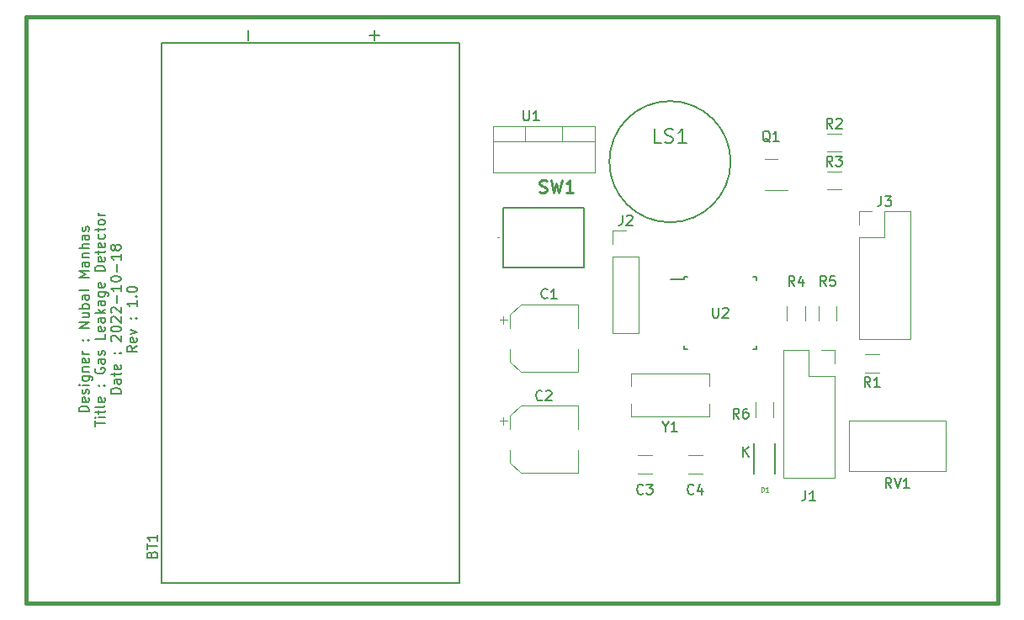
<source format=gbr>
%TF.GenerationSoftware,KiCad,Pcbnew,(6.0.7)*%
%TF.CreationDate,2022-11-01T17:15:19-06:00*%
%TF.ProjectId,BreadboarSchematic,42726561-6462-46f6-9172-536368656d61,rev?*%
%TF.SameCoordinates,Original*%
%TF.FileFunction,Legend,Top*%
%TF.FilePolarity,Positive*%
%FSLAX46Y46*%
G04 Gerber Fmt 4.6, Leading zero omitted, Abs format (unit mm)*
G04 Created by KiCad (PCBNEW (6.0.7)) date 2022-11-01 17:15:19*
%MOMM*%
%LPD*%
G01*
G04 APERTURE LIST*
%TA.AperFunction,Profile*%
%ADD10C,0.381000*%
%TD*%
%ADD11C,0.150000*%
%ADD12C,0.120004*%
%ADD13C,0.254000*%
%ADD14C,0.120000*%
%ADD15C,0.127000*%
%ADD16C,0.100000*%
%ADD17C,0.200000*%
G04 APERTURE END LIST*
D10*
X57150000Y-20955000D02*
X154940000Y-20955000D01*
X154940000Y-20955000D02*
X154940000Y-80010000D01*
X154940000Y-80010000D02*
X57150000Y-80010000D01*
X57150000Y-80010000D02*
X57150000Y-20955000D01*
D11*
X63442380Y-60720714D02*
X62442380Y-60720714D01*
X62442380Y-60482619D01*
X62490000Y-60339761D01*
X62585238Y-60244523D01*
X62680476Y-60196904D01*
X62870952Y-60149285D01*
X63013809Y-60149285D01*
X63204285Y-60196904D01*
X63299523Y-60244523D01*
X63394761Y-60339761D01*
X63442380Y-60482619D01*
X63442380Y-60720714D01*
X63394761Y-59339761D02*
X63442380Y-59435000D01*
X63442380Y-59625476D01*
X63394761Y-59720714D01*
X63299523Y-59768333D01*
X62918571Y-59768333D01*
X62823333Y-59720714D01*
X62775714Y-59625476D01*
X62775714Y-59435000D01*
X62823333Y-59339761D01*
X62918571Y-59292142D01*
X63013809Y-59292142D01*
X63109047Y-59768333D01*
X63394761Y-58911190D02*
X63442380Y-58815952D01*
X63442380Y-58625476D01*
X63394761Y-58530238D01*
X63299523Y-58482619D01*
X63251904Y-58482619D01*
X63156666Y-58530238D01*
X63109047Y-58625476D01*
X63109047Y-58768333D01*
X63061428Y-58863571D01*
X62966190Y-58911190D01*
X62918571Y-58911190D01*
X62823333Y-58863571D01*
X62775714Y-58768333D01*
X62775714Y-58625476D01*
X62823333Y-58530238D01*
X63442380Y-58054047D02*
X62775714Y-58054047D01*
X62442380Y-58054047D02*
X62490000Y-58101666D01*
X62537619Y-58054047D01*
X62490000Y-58006428D01*
X62442380Y-58054047D01*
X62537619Y-58054047D01*
X62775714Y-57149285D02*
X63585238Y-57149285D01*
X63680476Y-57196904D01*
X63728095Y-57244523D01*
X63775714Y-57339761D01*
X63775714Y-57482619D01*
X63728095Y-57577857D01*
X63394761Y-57149285D02*
X63442380Y-57244523D01*
X63442380Y-57435000D01*
X63394761Y-57530238D01*
X63347142Y-57577857D01*
X63251904Y-57625476D01*
X62966190Y-57625476D01*
X62870952Y-57577857D01*
X62823333Y-57530238D01*
X62775714Y-57435000D01*
X62775714Y-57244523D01*
X62823333Y-57149285D01*
X62775714Y-56673095D02*
X63442380Y-56673095D01*
X62870952Y-56673095D02*
X62823333Y-56625476D01*
X62775714Y-56530238D01*
X62775714Y-56387380D01*
X62823333Y-56292142D01*
X62918571Y-56244523D01*
X63442380Y-56244523D01*
X63394761Y-55387380D02*
X63442380Y-55482619D01*
X63442380Y-55673095D01*
X63394761Y-55768333D01*
X63299523Y-55815952D01*
X62918571Y-55815952D01*
X62823333Y-55768333D01*
X62775714Y-55673095D01*
X62775714Y-55482619D01*
X62823333Y-55387380D01*
X62918571Y-55339761D01*
X63013809Y-55339761D01*
X63109047Y-55815952D01*
X63442380Y-54911190D02*
X62775714Y-54911190D01*
X62966190Y-54911190D02*
X62870952Y-54863571D01*
X62823333Y-54815952D01*
X62775714Y-54720714D01*
X62775714Y-54625476D01*
X63347142Y-53530238D02*
X63394761Y-53482619D01*
X63442380Y-53530238D01*
X63394761Y-53577857D01*
X63347142Y-53530238D01*
X63442380Y-53530238D01*
X62823333Y-53530238D02*
X62870952Y-53482619D01*
X62918571Y-53530238D01*
X62870952Y-53577857D01*
X62823333Y-53530238D01*
X62918571Y-53530238D01*
X63442380Y-52292142D02*
X62442380Y-52292142D01*
X63442380Y-51720714D01*
X62442380Y-51720714D01*
X62775714Y-50815952D02*
X63442380Y-50815952D01*
X62775714Y-51244523D02*
X63299523Y-51244523D01*
X63394761Y-51196904D01*
X63442380Y-51101666D01*
X63442380Y-50958809D01*
X63394761Y-50863571D01*
X63347142Y-50815952D01*
X63442380Y-50339761D02*
X62442380Y-50339761D01*
X62823333Y-50339761D02*
X62775714Y-50244523D01*
X62775714Y-50054047D01*
X62823333Y-49958809D01*
X62870952Y-49911190D01*
X62966190Y-49863571D01*
X63251904Y-49863571D01*
X63347142Y-49911190D01*
X63394761Y-49958809D01*
X63442380Y-50054047D01*
X63442380Y-50244523D01*
X63394761Y-50339761D01*
X63442380Y-49006428D02*
X62918571Y-49006428D01*
X62823333Y-49054047D01*
X62775714Y-49149285D01*
X62775714Y-49339761D01*
X62823333Y-49435000D01*
X63394761Y-49006428D02*
X63442380Y-49101666D01*
X63442380Y-49339761D01*
X63394761Y-49435000D01*
X63299523Y-49482619D01*
X63204285Y-49482619D01*
X63109047Y-49435000D01*
X63061428Y-49339761D01*
X63061428Y-49101666D01*
X63013809Y-49006428D01*
X63442380Y-48387380D02*
X63394761Y-48482619D01*
X63299523Y-48530238D01*
X62442380Y-48530238D01*
X63442380Y-47244523D02*
X62442380Y-47244523D01*
X63156666Y-46911190D01*
X62442380Y-46577857D01*
X63442380Y-46577857D01*
X63442380Y-45673095D02*
X62918571Y-45673095D01*
X62823333Y-45720714D01*
X62775714Y-45815952D01*
X62775714Y-46006428D01*
X62823333Y-46101666D01*
X63394761Y-45673095D02*
X63442380Y-45768333D01*
X63442380Y-46006428D01*
X63394761Y-46101666D01*
X63299523Y-46149285D01*
X63204285Y-46149285D01*
X63109047Y-46101666D01*
X63061428Y-46006428D01*
X63061428Y-45768333D01*
X63013809Y-45673095D01*
X62775714Y-45196904D02*
X63442380Y-45196904D01*
X62870952Y-45196904D02*
X62823333Y-45149285D01*
X62775714Y-45054047D01*
X62775714Y-44911190D01*
X62823333Y-44815952D01*
X62918571Y-44768333D01*
X63442380Y-44768333D01*
X63442380Y-44292142D02*
X62442380Y-44292142D01*
X63442380Y-43863571D02*
X62918571Y-43863571D01*
X62823333Y-43911190D01*
X62775714Y-44006428D01*
X62775714Y-44149285D01*
X62823333Y-44244523D01*
X62870952Y-44292142D01*
X63442380Y-42958809D02*
X62918571Y-42958809D01*
X62823333Y-43006428D01*
X62775714Y-43101666D01*
X62775714Y-43292142D01*
X62823333Y-43387380D01*
X63394761Y-42958809D02*
X63442380Y-43054047D01*
X63442380Y-43292142D01*
X63394761Y-43387380D01*
X63299523Y-43435000D01*
X63204285Y-43435000D01*
X63109047Y-43387380D01*
X63061428Y-43292142D01*
X63061428Y-43054047D01*
X63013809Y-42958809D01*
X63394761Y-42530238D02*
X63442380Y-42435000D01*
X63442380Y-42244523D01*
X63394761Y-42149285D01*
X63299523Y-42101666D01*
X63251904Y-42101666D01*
X63156666Y-42149285D01*
X63109047Y-42244523D01*
X63109047Y-42387380D01*
X63061428Y-42482619D01*
X62966190Y-42530238D01*
X62918571Y-42530238D01*
X62823333Y-42482619D01*
X62775714Y-42387380D01*
X62775714Y-42244523D01*
X62823333Y-42149285D01*
X64052380Y-62196904D02*
X64052380Y-61625476D01*
X65052380Y-61911190D02*
X64052380Y-61911190D01*
X65052380Y-61292142D02*
X64385714Y-61292142D01*
X64052380Y-61292142D02*
X64100000Y-61339761D01*
X64147619Y-61292142D01*
X64100000Y-61244523D01*
X64052380Y-61292142D01*
X64147619Y-61292142D01*
X64385714Y-60958809D02*
X64385714Y-60577857D01*
X64052380Y-60815952D02*
X64909523Y-60815952D01*
X65004761Y-60768333D01*
X65052380Y-60673095D01*
X65052380Y-60577857D01*
X65052380Y-60101666D02*
X65004761Y-60196904D01*
X64909523Y-60244523D01*
X64052380Y-60244523D01*
X65004761Y-59339761D02*
X65052380Y-59435000D01*
X65052380Y-59625476D01*
X65004761Y-59720714D01*
X64909523Y-59768333D01*
X64528571Y-59768333D01*
X64433333Y-59720714D01*
X64385714Y-59625476D01*
X64385714Y-59435000D01*
X64433333Y-59339761D01*
X64528571Y-59292142D01*
X64623809Y-59292142D01*
X64719047Y-59768333D01*
X64957142Y-58101666D02*
X65004761Y-58054047D01*
X65052380Y-58101666D01*
X65004761Y-58149285D01*
X64957142Y-58101666D01*
X65052380Y-58101666D01*
X64433333Y-58101666D02*
X64480952Y-58054047D01*
X64528571Y-58101666D01*
X64480952Y-58149285D01*
X64433333Y-58101666D01*
X64528571Y-58101666D01*
X64100000Y-56339761D02*
X64052380Y-56435000D01*
X64052380Y-56577857D01*
X64100000Y-56720714D01*
X64195238Y-56815952D01*
X64290476Y-56863571D01*
X64480952Y-56911190D01*
X64623809Y-56911190D01*
X64814285Y-56863571D01*
X64909523Y-56815952D01*
X65004761Y-56720714D01*
X65052380Y-56577857D01*
X65052380Y-56482619D01*
X65004761Y-56339761D01*
X64957142Y-56292142D01*
X64623809Y-56292142D01*
X64623809Y-56482619D01*
X65052380Y-55435000D02*
X64528571Y-55435000D01*
X64433333Y-55482619D01*
X64385714Y-55577857D01*
X64385714Y-55768333D01*
X64433333Y-55863571D01*
X65004761Y-55435000D02*
X65052380Y-55530238D01*
X65052380Y-55768333D01*
X65004761Y-55863571D01*
X64909523Y-55911190D01*
X64814285Y-55911190D01*
X64719047Y-55863571D01*
X64671428Y-55768333D01*
X64671428Y-55530238D01*
X64623809Y-55435000D01*
X65004761Y-55006428D02*
X65052380Y-54911190D01*
X65052380Y-54720714D01*
X65004761Y-54625476D01*
X64909523Y-54577857D01*
X64861904Y-54577857D01*
X64766666Y-54625476D01*
X64719047Y-54720714D01*
X64719047Y-54863571D01*
X64671428Y-54958809D01*
X64576190Y-55006428D01*
X64528571Y-55006428D01*
X64433333Y-54958809D01*
X64385714Y-54863571D01*
X64385714Y-54720714D01*
X64433333Y-54625476D01*
X65052380Y-52911190D02*
X65052380Y-53387380D01*
X64052380Y-53387380D01*
X65004761Y-52196904D02*
X65052380Y-52292142D01*
X65052380Y-52482619D01*
X65004761Y-52577857D01*
X64909523Y-52625476D01*
X64528571Y-52625476D01*
X64433333Y-52577857D01*
X64385714Y-52482619D01*
X64385714Y-52292142D01*
X64433333Y-52196904D01*
X64528571Y-52149285D01*
X64623809Y-52149285D01*
X64719047Y-52625476D01*
X65052380Y-51292142D02*
X64528571Y-51292142D01*
X64433333Y-51339761D01*
X64385714Y-51435000D01*
X64385714Y-51625476D01*
X64433333Y-51720714D01*
X65004761Y-51292142D02*
X65052380Y-51387380D01*
X65052380Y-51625476D01*
X65004761Y-51720714D01*
X64909523Y-51768333D01*
X64814285Y-51768333D01*
X64719047Y-51720714D01*
X64671428Y-51625476D01*
X64671428Y-51387380D01*
X64623809Y-51292142D01*
X65052380Y-50815952D02*
X64052380Y-50815952D01*
X64671428Y-50720714D02*
X65052380Y-50435000D01*
X64385714Y-50435000D02*
X64766666Y-50815952D01*
X65052380Y-49577857D02*
X64528571Y-49577857D01*
X64433333Y-49625476D01*
X64385714Y-49720714D01*
X64385714Y-49911190D01*
X64433333Y-50006428D01*
X65004761Y-49577857D02*
X65052380Y-49673095D01*
X65052380Y-49911190D01*
X65004761Y-50006428D01*
X64909523Y-50054047D01*
X64814285Y-50054047D01*
X64719047Y-50006428D01*
X64671428Y-49911190D01*
X64671428Y-49673095D01*
X64623809Y-49577857D01*
X64385714Y-48673095D02*
X65195238Y-48673095D01*
X65290476Y-48720714D01*
X65338095Y-48768333D01*
X65385714Y-48863571D01*
X65385714Y-49006428D01*
X65338095Y-49101666D01*
X65004761Y-48673095D02*
X65052380Y-48768333D01*
X65052380Y-48958809D01*
X65004761Y-49054047D01*
X64957142Y-49101666D01*
X64861904Y-49149285D01*
X64576190Y-49149285D01*
X64480952Y-49101666D01*
X64433333Y-49054047D01*
X64385714Y-48958809D01*
X64385714Y-48768333D01*
X64433333Y-48673095D01*
X65004761Y-47815952D02*
X65052380Y-47911190D01*
X65052380Y-48101666D01*
X65004761Y-48196904D01*
X64909523Y-48244523D01*
X64528571Y-48244523D01*
X64433333Y-48196904D01*
X64385714Y-48101666D01*
X64385714Y-47911190D01*
X64433333Y-47815952D01*
X64528571Y-47768333D01*
X64623809Y-47768333D01*
X64719047Y-48244523D01*
X65052380Y-46577857D02*
X64052380Y-46577857D01*
X64052380Y-46339761D01*
X64100000Y-46196904D01*
X64195238Y-46101666D01*
X64290476Y-46054047D01*
X64480952Y-46006428D01*
X64623809Y-46006428D01*
X64814285Y-46054047D01*
X64909523Y-46101666D01*
X65004761Y-46196904D01*
X65052380Y-46339761D01*
X65052380Y-46577857D01*
X65004761Y-45196904D02*
X65052380Y-45292142D01*
X65052380Y-45482619D01*
X65004761Y-45577857D01*
X64909523Y-45625476D01*
X64528571Y-45625476D01*
X64433333Y-45577857D01*
X64385714Y-45482619D01*
X64385714Y-45292142D01*
X64433333Y-45196904D01*
X64528571Y-45149285D01*
X64623809Y-45149285D01*
X64719047Y-45625476D01*
X64385714Y-44863571D02*
X64385714Y-44482619D01*
X64052380Y-44720714D02*
X64909523Y-44720714D01*
X65004761Y-44673095D01*
X65052380Y-44577857D01*
X65052380Y-44482619D01*
X65004761Y-43768333D02*
X65052380Y-43863571D01*
X65052380Y-44054047D01*
X65004761Y-44149285D01*
X64909523Y-44196904D01*
X64528571Y-44196904D01*
X64433333Y-44149285D01*
X64385714Y-44054047D01*
X64385714Y-43863571D01*
X64433333Y-43768333D01*
X64528571Y-43720714D01*
X64623809Y-43720714D01*
X64719047Y-44196904D01*
X65004761Y-42863571D02*
X65052380Y-42958809D01*
X65052380Y-43149285D01*
X65004761Y-43244523D01*
X64957142Y-43292142D01*
X64861904Y-43339761D01*
X64576190Y-43339761D01*
X64480952Y-43292142D01*
X64433333Y-43244523D01*
X64385714Y-43149285D01*
X64385714Y-42958809D01*
X64433333Y-42863571D01*
X64385714Y-42577857D02*
X64385714Y-42196904D01*
X64052380Y-42435000D02*
X64909523Y-42435000D01*
X65004761Y-42387380D01*
X65052380Y-42292142D01*
X65052380Y-42196904D01*
X65052380Y-41720714D02*
X65004761Y-41815952D01*
X64957142Y-41863571D01*
X64861904Y-41911190D01*
X64576190Y-41911190D01*
X64480952Y-41863571D01*
X64433333Y-41815952D01*
X64385714Y-41720714D01*
X64385714Y-41577857D01*
X64433333Y-41482619D01*
X64480952Y-41435000D01*
X64576190Y-41387380D01*
X64861904Y-41387380D01*
X64957142Y-41435000D01*
X65004761Y-41482619D01*
X65052380Y-41577857D01*
X65052380Y-41720714D01*
X65052380Y-40958809D02*
X64385714Y-40958809D01*
X64576190Y-40958809D02*
X64480952Y-40911190D01*
X64433333Y-40863571D01*
X64385714Y-40768333D01*
X64385714Y-40673095D01*
X66662380Y-58911190D02*
X65662380Y-58911190D01*
X65662380Y-58673095D01*
X65710000Y-58530238D01*
X65805238Y-58435000D01*
X65900476Y-58387380D01*
X66090952Y-58339761D01*
X66233809Y-58339761D01*
X66424285Y-58387380D01*
X66519523Y-58435000D01*
X66614761Y-58530238D01*
X66662380Y-58673095D01*
X66662380Y-58911190D01*
X66662380Y-57482619D02*
X66138571Y-57482619D01*
X66043333Y-57530238D01*
X65995714Y-57625476D01*
X65995714Y-57815952D01*
X66043333Y-57911190D01*
X66614761Y-57482619D02*
X66662380Y-57577857D01*
X66662380Y-57815952D01*
X66614761Y-57911190D01*
X66519523Y-57958809D01*
X66424285Y-57958809D01*
X66329047Y-57911190D01*
X66281428Y-57815952D01*
X66281428Y-57577857D01*
X66233809Y-57482619D01*
X65995714Y-57149285D02*
X65995714Y-56768333D01*
X65662380Y-57006428D02*
X66519523Y-57006428D01*
X66614761Y-56958809D01*
X66662380Y-56863571D01*
X66662380Y-56768333D01*
X66614761Y-56054047D02*
X66662380Y-56149285D01*
X66662380Y-56339761D01*
X66614761Y-56435000D01*
X66519523Y-56482619D01*
X66138571Y-56482619D01*
X66043333Y-56435000D01*
X65995714Y-56339761D01*
X65995714Y-56149285D01*
X66043333Y-56054047D01*
X66138571Y-56006428D01*
X66233809Y-56006428D01*
X66329047Y-56482619D01*
X66567142Y-54815952D02*
X66614761Y-54768333D01*
X66662380Y-54815952D01*
X66614761Y-54863571D01*
X66567142Y-54815952D01*
X66662380Y-54815952D01*
X66043333Y-54815952D02*
X66090952Y-54768333D01*
X66138571Y-54815952D01*
X66090952Y-54863571D01*
X66043333Y-54815952D01*
X66138571Y-54815952D01*
X65757619Y-53625476D02*
X65710000Y-53577857D01*
X65662380Y-53482619D01*
X65662380Y-53244523D01*
X65710000Y-53149285D01*
X65757619Y-53101666D01*
X65852857Y-53054047D01*
X65948095Y-53054047D01*
X66090952Y-53101666D01*
X66662380Y-53673095D01*
X66662380Y-53054047D01*
X65662380Y-52435000D02*
X65662380Y-52339761D01*
X65710000Y-52244523D01*
X65757619Y-52196904D01*
X65852857Y-52149285D01*
X66043333Y-52101666D01*
X66281428Y-52101666D01*
X66471904Y-52149285D01*
X66567142Y-52196904D01*
X66614761Y-52244523D01*
X66662380Y-52339761D01*
X66662380Y-52435000D01*
X66614761Y-52530238D01*
X66567142Y-52577857D01*
X66471904Y-52625476D01*
X66281428Y-52673095D01*
X66043333Y-52673095D01*
X65852857Y-52625476D01*
X65757619Y-52577857D01*
X65710000Y-52530238D01*
X65662380Y-52435000D01*
X65757619Y-51720714D02*
X65710000Y-51673095D01*
X65662380Y-51577857D01*
X65662380Y-51339761D01*
X65710000Y-51244523D01*
X65757619Y-51196904D01*
X65852857Y-51149285D01*
X65948095Y-51149285D01*
X66090952Y-51196904D01*
X66662380Y-51768333D01*
X66662380Y-51149285D01*
X65757619Y-50768333D02*
X65710000Y-50720714D01*
X65662380Y-50625476D01*
X65662380Y-50387380D01*
X65710000Y-50292142D01*
X65757619Y-50244523D01*
X65852857Y-50196904D01*
X65948095Y-50196904D01*
X66090952Y-50244523D01*
X66662380Y-50815952D01*
X66662380Y-50196904D01*
X66281428Y-49768333D02*
X66281428Y-49006428D01*
X66662380Y-48006428D02*
X66662380Y-48577857D01*
X66662380Y-48292142D02*
X65662380Y-48292142D01*
X65805238Y-48387380D01*
X65900476Y-48482619D01*
X65948095Y-48577857D01*
X65662380Y-47387380D02*
X65662380Y-47292142D01*
X65710000Y-47196904D01*
X65757619Y-47149285D01*
X65852857Y-47101666D01*
X66043333Y-47054047D01*
X66281428Y-47054047D01*
X66471904Y-47101666D01*
X66567142Y-47149285D01*
X66614761Y-47196904D01*
X66662380Y-47292142D01*
X66662380Y-47387380D01*
X66614761Y-47482619D01*
X66567142Y-47530238D01*
X66471904Y-47577857D01*
X66281428Y-47625476D01*
X66043333Y-47625476D01*
X65852857Y-47577857D01*
X65757619Y-47530238D01*
X65710000Y-47482619D01*
X65662380Y-47387380D01*
X66281428Y-46625476D02*
X66281428Y-45863571D01*
X66662380Y-44863571D02*
X66662380Y-45435000D01*
X66662380Y-45149285D02*
X65662380Y-45149285D01*
X65805238Y-45244523D01*
X65900476Y-45339761D01*
X65948095Y-45435000D01*
X66090952Y-44292142D02*
X66043333Y-44387380D01*
X65995714Y-44435000D01*
X65900476Y-44482619D01*
X65852857Y-44482619D01*
X65757619Y-44435000D01*
X65710000Y-44387380D01*
X65662380Y-44292142D01*
X65662380Y-44101666D01*
X65710000Y-44006428D01*
X65757619Y-43958809D01*
X65852857Y-43911190D01*
X65900476Y-43911190D01*
X65995714Y-43958809D01*
X66043333Y-44006428D01*
X66090952Y-44101666D01*
X66090952Y-44292142D01*
X66138571Y-44387380D01*
X66186190Y-44435000D01*
X66281428Y-44482619D01*
X66471904Y-44482619D01*
X66567142Y-44435000D01*
X66614761Y-44387380D01*
X66662380Y-44292142D01*
X66662380Y-44101666D01*
X66614761Y-44006428D01*
X66567142Y-43958809D01*
X66471904Y-43911190D01*
X66281428Y-43911190D01*
X66186190Y-43958809D01*
X66138571Y-44006428D01*
X66090952Y-44101666D01*
X68272380Y-54125476D02*
X67796190Y-54458809D01*
X68272380Y-54696904D02*
X67272380Y-54696904D01*
X67272380Y-54315952D01*
X67320000Y-54220714D01*
X67367619Y-54173095D01*
X67462857Y-54125476D01*
X67605714Y-54125476D01*
X67700952Y-54173095D01*
X67748571Y-54220714D01*
X67796190Y-54315952D01*
X67796190Y-54696904D01*
X68224761Y-53315952D02*
X68272380Y-53411190D01*
X68272380Y-53601666D01*
X68224761Y-53696904D01*
X68129523Y-53744523D01*
X67748571Y-53744523D01*
X67653333Y-53696904D01*
X67605714Y-53601666D01*
X67605714Y-53411190D01*
X67653333Y-53315952D01*
X67748571Y-53268333D01*
X67843809Y-53268333D01*
X67939047Y-53744523D01*
X67605714Y-52935000D02*
X68272380Y-52696904D01*
X67605714Y-52458809D01*
X68177142Y-51315952D02*
X68224761Y-51268333D01*
X68272380Y-51315952D01*
X68224761Y-51363571D01*
X68177142Y-51315952D01*
X68272380Y-51315952D01*
X67653333Y-51315952D02*
X67700952Y-51268333D01*
X67748571Y-51315952D01*
X67700952Y-51363571D01*
X67653333Y-51315952D01*
X67748571Y-51315952D01*
X68272380Y-49554047D02*
X68272380Y-50125476D01*
X68272380Y-49839761D02*
X67272380Y-49839761D01*
X67415238Y-49935000D01*
X67510476Y-50030238D01*
X67558095Y-50125476D01*
X68177142Y-49125476D02*
X68224761Y-49077857D01*
X68272380Y-49125476D01*
X68224761Y-49173095D01*
X68177142Y-49125476D01*
X68272380Y-49125476D01*
X67272380Y-48458809D02*
X67272380Y-48363571D01*
X67320000Y-48268333D01*
X67367619Y-48220714D01*
X67462857Y-48173095D01*
X67653333Y-48125476D01*
X67891428Y-48125476D01*
X68081904Y-48173095D01*
X68177142Y-48220714D01*
X68224761Y-48268333D01*
X68272380Y-48363571D01*
X68272380Y-48458809D01*
X68224761Y-48554047D01*
X68177142Y-48601666D01*
X68081904Y-48649285D01*
X67891428Y-48696904D01*
X67653333Y-48696904D01*
X67462857Y-48649285D01*
X67367619Y-48601666D01*
X67320000Y-48554047D01*
X67272380Y-48458809D01*
%TO.C,J2*%
X117141666Y-40947380D02*
X117141666Y-41661666D01*
X117094047Y-41804523D01*
X116998809Y-41899761D01*
X116855952Y-41947380D01*
X116760714Y-41947380D01*
X117570238Y-41042619D02*
X117617857Y-40995000D01*
X117713095Y-40947380D01*
X117951190Y-40947380D01*
X118046428Y-40995000D01*
X118094047Y-41042619D01*
X118141666Y-41137857D01*
X118141666Y-41233095D01*
X118094047Y-41375952D01*
X117522619Y-41947380D01*
X118141666Y-41947380D01*
%TO.C,LS1*%
X121020000Y-33653333D02*
X120353333Y-33653333D01*
X120353333Y-32253333D01*
X121420000Y-33586666D02*
X121620000Y-33653333D01*
X121953333Y-33653333D01*
X122086666Y-33586666D01*
X122153333Y-33520000D01*
X122220000Y-33386666D01*
X122220000Y-33253333D01*
X122153333Y-33120000D01*
X122086666Y-33053333D01*
X121953333Y-32986666D01*
X121686666Y-32920000D01*
X121553333Y-32853333D01*
X121486666Y-32786666D01*
X121420000Y-32653333D01*
X121420000Y-32520000D01*
X121486666Y-32386666D01*
X121553333Y-32320000D01*
X121686666Y-32253333D01*
X122020000Y-32253333D01*
X122220000Y-32320000D01*
X123553333Y-33653333D02*
X122753333Y-33653333D01*
X123153333Y-33653333D02*
X123153333Y-32253333D01*
X123020000Y-32453333D01*
X122886666Y-32586666D01*
X122753333Y-32653333D01*
%TO.C,C2*%
X109053333Y-59507142D02*
X109005714Y-59554761D01*
X108862857Y-59602380D01*
X108767619Y-59602380D01*
X108624761Y-59554761D01*
X108529523Y-59459523D01*
X108481904Y-59364285D01*
X108434285Y-59173809D01*
X108434285Y-59030952D01*
X108481904Y-58840476D01*
X108529523Y-58745238D01*
X108624761Y-58650000D01*
X108767619Y-58602380D01*
X108862857Y-58602380D01*
X109005714Y-58650000D01*
X109053333Y-58697619D01*
X109434285Y-58697619D02*
X109481904Y-58650000D01*
X109577142Y-58602380D01*
X109815238Y-58602380D01*
X109910476Y-58650000D01*
X109958095Y-58697619D01*
X110005714Y-58792857D01*
X110005714Y-58888095D01*
X109958095Y-59030952D01*
X109386666Y-59602380D01*
X110005714Y-59602380D01*
%TO.C,RV1*%
X144194761Y-68397380D02*
X143861428Y-67921190D01*
X143623333Y-68397380D02*
X143623333Y-67397380D01*
X144004285Y-67397380D01*
X144099523Y-67445000D01*
X144147142Y-67492619D01*
X144194761Y-67587857D01*
X144194761Y-67730714D01*
X144147142Y-67825952D01*
X144099523Y-67873571D01*
X144004285Y-67921190D01*
X143623333Y-67921190D01*
X144480476Y-67397380D02*
X144813809Y-68397380D01*
X145147142Y-67397380D01*
X146004285Y-68397380D02*
X145432857Y-68397380D01*
X145718571Y-68397380D02*
X145718571Y-67397380D01*
X145623333Y-67540238D01*
X145528095Y-67635476D01*
X145432857Y-67683095D01*
%TO.C,Y1*%
X121443809Y-62231190D02*
X121443809Y-62707380D01*
X121110476Y-61707380D02*
X121443809Y-62231190D01*
X121777142Y-61707380D01*
X122634285Y-62707380D02*
X122062857Y-62707380D01*
X122348571Y-62707380D02*
X122348571Y-61707380D01*
X122253333Y-61850238D01*
X122158095Y-61945476D01*
X122062857Y-61993095D01*
%TO.C,R1*%
X142073333Y-58237380D02*
X141740000Y-57761190D01*
X141501904Y-58237380D02*
X141501904Y-57237380D01*
X141882857Y-57237380D01*
X141978095Y-57285000D01*
X142025714Y-57332619D01*
X142073333Y-57427857D01*
X142073333Y-57570714D01*
X142025714Y-57665952D01*
X141978095Y-57713571D01*
X141882857Y-57761190D01*
X141501904Y-57761190D01*
X143025714Y-58237380D02*
X142454285Y-58237380D01*
X142740000Y-58237380D02*
X142740000Y-57237380D01*
X142644761Y-57380238D01*
X142549523Y-57475476D01*
X142454285Y-57523095D01*
%TO.C,R6*%
X128865333Y-61412380D02*
X128532000Y-60936190D01*
X128293904Y-61412380D02*
X128293904Y-60412380D01*
X128674857Y-60412380D01*
X128770095Y-60460000D01*
X128817714Y-60507619D01*
X128865333Y-60602857D01*
X128865333Y-60745714D01*
X128817714Y-60840952D01*
X128770095Y-60888571D01*
X128674857Y-60936190D01*
X128293904Y-60936190D01*
X129722476Y-60412380D02*
X129532000Y-60412380D01*
X129436761Y-60460000D01*
X129389142Y-60507619D01*
X129293904Y-60650476D01*
X129246285Y-60840952D01*
X129246285Y-61221904D01*
X129293904Y-61317142D01*
X129341523Y-61364761D01*
X129436761Y-61412380D01*
X129627238Y-61412380D01*
X129722476Y-61364761D01*
X129770095Y-61317142D01*
X129817714Y-61221904D01*
X129817714Y-60983809D01*
X129770095Y-60888571D01*
X129722476Y-60840952D01*
X129627238Y-60793333D01*
X129436761Y-60793333D01*
X129341523Y-60840952D01*
X129293904Y-60888571D01*
X129246285Y-60983809D01*
%TO.C,J1*%
X135556666Y-68667380D02*
X135556666Y-69381666D01*
X135509047Y-69524523D01*
X135413809Y-69619761D01*
X135270952Y-69667380D01*
X135175714Y-69667380D01*
X136556666Y-69667380D02*
X135985238Y-69667380D01*
X136270952Y-69667380D02*
X136270952Y-68667380D01*
X136175714Y-68810238D01*
X136080476Y-68905476D01*
X135985238Y-68953095D01*
%TO.C,Q1*%
X131984761Y-33567619D02*
X131889523Y-33520000D01*
X131794285Y-33424761D01*
X131651428Y-33281904D01*
X131556190Y-33234285D01*
X131460952Y-33234285D01*
X131508571Y-33472380D02*
X131413333Y-33424761D01*
X131318095Y-33329523D01*
X131270476Y-33139047D01*
X131270476Y-32805714D01*
X131318095Y-32615238D01*
X131413333Y-32520000D01*
X131508571Y-32472380D01*
X131699047Y-32472380D01*
X131794285Y-32520000D01*
X131889523Y-32615238D01*
X131937142Y-32805714D01*
X131937142Y-33139047D01*
X131889523Y-33329523D01*
X131794285Y-33424761D01*
X131699047Y-33472380D01*
X131508571Y-33472380D01*
X132889523Y-33472380D02*
X132318095Y-33472380D01*
X132603809Y-33472380D02*
X132603809Y-32472380D01*
X132508571Y-32615238D01*
X132413333Y-32710476D01*
X132318095Y-32758095D01*
%TO.C,U1*%
X107188095Y-30417380D02*
X107188095Y-31226904D01*
X107235714Y-31322142D01*
X107283333Y-31369761D01*
X107378571Y-31417380D01*
X107569047Y-31417380D01*
X107664285Y-31369761D01*
X107711904Y-31322142D01*
X107759523Y-31226904D01*
X107759523Y-30417380D01*
X108759523Y-31417380D02*
X108188095Y-31417380D01*
X108473809Y-31417380D02*
X108473809Y-30417380D01*
X108378571Y-30560238D01*
X108283333Y-30655476D01*
X108188095Y-30703095D01*
%TO.C,U2*%
X126238095Y-50252380D02*
X126238095Y-51061904D01*
X126285714Y-51157142D01*
X126333333Y-51204761D01*
X126428571Y-51252380D01*
X126619047Y-51252380D01*
X126714285Y-51204761D01*
X126761904Y-51157142D01*
X126809523Y-51061904D01*
X126809523Y-50252380D01*
X127238095Y-50347619D02*
X127285714Y-50300000D01*
X127380952Y-50252380D01*
X127619047Y-50252380D01*
X127714285Y-50300000D01*
X127761904Y-50347619D01*
X127809523Y-50442857D01*
X127809523Y-50538095D01*
X127761904Y-50680952D01*
X127190476Y-51252380D01*
X127809523Y-51252380D01*
D12*
%TO.C,D1*%
X131090701Y-68797150D02*
X131090701Y-68317133D01*
X131204991Y-68317133D01*
X131273565Y-68339991D01*
X131319281Y-68385707D01*
X131342139Y-68431423D01*
X131364997Y-68522855D01*
X131364997Y-68591428D01*
X131342139Y-68682860D01*
X131319281Y-68728576D01*
X131273565Y-68774292D01*
X131204991Y-68797150D01*
X131090701Y-68797150D01*
X131822156Y-68797150D02*
X131547860Y-68797150D01*
X131685008Y-68797150D02*
X131685008Y-68317133D01*
X131639292Y-68385707D01*
X131593576Y-68431423D01*
X131547860Y-68454281D01*
D11*
X129278095Y-65222380D02*
X129278095Y-64222380D01*
X129849523Y-65222380D02*
X129420952Y-64650952D01*
X129849523Y-64222380D02*
X129278095Y-64793809D01*
%TO.C,R5*%
X137628333Y-48077380D02*
X137295000Y-47601190D01*
X137056904Y-48077380D02*
X137056904Y-47077380D01*
X137437857Y-47077380D01*
X137533095Y-47125000D01*
X137580714Y-47172619D01*
X137628333Y-47267857D01*
X137628333Y-47410714D01*
X137580714Y-47505952D01*
X137533095Y-47553571D01*
X137437857Y-47601190D01*
X137056904Y-47601190D01*
X138533095Y-47077380D02*
X138056904Y-47077380D01*
X138009285Y-47553571D01*
X138056904Y-47505952D01*
X138152142Y-47458333D01*
X138390238Y-47458333D01*
X138485476Y-47505952D01*
X138533095Y-47553571D01*
X138580714Y-47648809D01*
X138580714Y-47886904D01*
X138533095Y-47982142D01*
X138485476Y-48029761D01*
X138390238Y-48077380D01*
X138152142Y-48077380D01*
X138056904Y-48029761D01*
X138009285Y-47982142D01*
%TO.C,J3*%
X143176666Y-39032380D02*
X143176666Y-39746666D01*
X143129047Y-39889523D01*
X143033809Y-39984761D01*
X142890952Y-40032380D01*
X142795714Y-40032380D01*
X143557619Y-39032380D02*
X144176666Y-39032380D01*
X143843333Y-39413333D01*
X143986190Y-39413333D01*
X144081428Y-39460952D01*
X144129047Y-39508571D01*
X144176666Y-39603809D01*
X144176666Y-39841904D01*
X144129047Y-39937142D01*
X144081428Y-39984761D01*
X143986190Y-40032380D01*
X143700476Y-40032380D01*
X143605238Y-39984761D01*
X143557619Y-39937142D01*
%TO.C,C3*%
X119213333Y-68937142D02*
X119165714Y-68984761D01*
X119022857Y-69032380D01*
X118927619Y-69032380D01*
X118784761Y-68984761D01*
X118689523Y-68889523D01*
X118641904Y-68794285D01*
X118594285Y-68603809D01*
X118594285Y-68460952D01*
X118641904Y-68270476D01*
X118689523Y-68175238D01*
X118784761Y-68080000D01*
X118927619Y-68032380D01*
X119022857Y-68032380D01*
X119165714Y-68080000D01*
X119213333Y-68127619D01*
X119546666Y-68032380D02*
X120165714Y-68032380D01*
X119832380Y-68413333D01*
X119975238Y-68413333D01*
X120070476Y-68460952D01*
X120118095Y-68508571D01*
X120165714Y-68603809D01*
X120165714Y-68841904D01*
X120118095Y-68937142D01*
X120070476Y-68984761D01*
X119975238Y-69032380D01*
X119689523Y-69032380D01*
X119594285Y-68984761D01*
X119546666Y-68937142D01*
D13*
%TO.C,SW1*%
X108796666Y-38614047D02*
X108978095Y-38674523D01*
X109280476Y-38674523D01*
X109401428Y-38614047D01*
X109461904Y-38553571D01*
X109522380Y-38432619D01*
X109522380Y-38311666D01*
X109461904Y-38190714D01*
X109401428Y-38130238D01*
X109280476Y-38069761D01*
X109038571Y-38009285D01*
X108917619Y-37948809D01*
X108857142Y-37888333D01*
X108796666Y-37767380D01*
X108796666Y-37646428D01*
X108857142Y-37525476D01*
X108917619Y-37465000D01*
X109038571Y-37404523D01*
X109340952Y-37404523D01*
X109522380Y-37465000D01*
X109945714Y-37404523D02*
X110248095Y-38674523D01*
X110490000Y-37767380D01*
X110731904Y-38674523D01*
X111034285Y-37404523D01*
X112183333Y-38674523D02*
X111457619Y-38674523D01*
X111820476Y-38674523D02*
X111820476Y-37404523D01*
X111699523Y-37585952D01*
X111578571Y-37706904D01*
X111457619Y-37767380D01*
D11*
%TO.C,R2*%
X138263333Y-32202380D02*
X137930000Y-31726190D01*
X137691904Y-32202380D02*
X137691904Y-31202380D01*
X138072857Y-31202380D01*
X138168095Y-31250000D01*
X138215714Y-31297619D01*
X138263333Y-31392857D01*
X138263333Y-31535714D01*
X138215714Y-31630952D01*
X138168095Y-31678571D01*
X138072857Y-31726190D01*
X137691904Y-31726190D01*
X138644285Y-31297619D02*
X138691904Y-31250000D01*
X138787142Y-31202380D01*
X139025238Y-31202380D01*
X139120476Y-31250000D01*
X139168095Y-31297619D01*
X139215714Y-31392857D01*
X139215714Y-31488095D01*
X139168095Y-31630952D01*
X138596666Y-32202380D01*
X139215714Y-32202380D01*
%TO.C,R4*%
X134453333Y-48077380D02*
X134120000Y-47601190D01*
X133881904Y-48077380D02*
X133881904Y-47077380D01*
X134262857Y-47077380D01*
X134358095Y-47125000D01*
X134405714Y-47172619D01*
X134453333Y-47267857D01*
X134453333Y-47410714D01*
X134405714Y-47505952D01*
X134358095Y-47553571D01*
X134262857Y-47601190D01*
X133881904Y-47601190D01*
X135310476Y-47410714D02*
X135310476Y-48077380D01*
X135072380Y-47029761D02*
X134834285Y-47744047D01*
X135453333Y-47744047D01*
%TO.C,C4*%
X124293333Y-68937142D02*
X124245714Y-68984761D01*
X124102857Y-69032380D01*
X124007619Y-69032380D01*
X123864761Y-68984761D01*
X123769523Y-68889523D01*
X123721904Y-68794285D01*
X123674285Y-68603809D01*
X123674285Y-68460952D01*
X123721904Y-68270476D01*
X123769523Y-68175238D01*
X123864761Y-68080000D01*
X124007619Y-68032380D01*
X124102857Y-68032380D01*
X124245714Y-68080000D01*
X124293333Y-68127619D01*
X125150476Y-68365714D02*
X125150476Y-69032380D01*
X124912380Y-67984761D02*
X124674285Y-68699047D01*
X125293333Y-68699047D01*
%TO.C,C1*%
X109585551Y-49252142D02*
X109537932Y-49299761D01*
X109395075Y-49347380D01*
X109299837Y-49347380D01*
X109156979Y-49299761D01*
X109061741Y-49204523D01*
X109014122Y-49109285D01*
X108966503Y-48918809D01*
X108966503Y-48775952D01*
X109014122Y-48585476D01*
X109061741Y-48490238D01*
X109156979Y-48395000D01*
X109299837Y-48347380D01*
X109395075Y-48347380D01*
X109537932Y-48395000D01*
X109585551Y-48442619D01*
X110537932Y-49347380D02*
X109966503Y-49347380D01*
X110252218Y-49347380D02*
X110252218Y-48347380D01*
X110156979Y-48490238D01*
X110061741Y-48585476D01*
X109966503Y-48633095D01*
%TO.C,BT1*%
X69778571Y-75080714D02*
X69826190Y-74937857D01*
X69873809Y-74890238D01*
X69969047Y-74842619D01*
X70111904Y-74842619D01*
X70207142Y-74890238D01*
X70254761Y-74937857D01*
X70302380Y-75033095D01*
X70302380Y-75414047D01*
X69302380Y-75414047D01*
X69302380Y-75080714D01*
X69350000Y-74985476D01*
X69397619Y-74937857D01*
X69492857Y-74890238D01*
X69588095Y-74890238D01*
X69683333Y-74937857D01*
X69730952Y-74985476D01*
X69778571Y-75080714D01*
X69778571Y-75414047D01*
X69302380Y-74556904D02*
X69302380Y-73985476D01*
X70302380Y-74271190D02*
X69302380Y-74271190D01*
X70302380Y-73128333D02*
X70302380Y-73699761D01*
X70302380Y-73414047D02*
X69302380Y-73414047D01*
X69445238Y-73509285D01*
X69540476Y-73604523D01*
X69588095Y-73699761D01*
X92175000Y-23393333D02*
X92175000Y-22326666D01*
X92708333Y-22860000D02*
X91641666Y-22860000D01*
X79475000Y-23393333D02*
X79475000Y-22326666D01*
%TO.C,R3*%
X138263333Y-36012380D02*
X137930000Y-35536190D01*
X137691904Y-36012380D02*
X137691904Y-35012380D01*
X138072857Y-35012380D01*
X138168095Y-35060000D01*
X138215714Y-35107619D01*
X138263333Y-35202857D01*
X138263333Y-35345714D01*
X138215714Y-35440952D01*
X138168095Y-35488571D01*
X138072857Y-35536190D01*
X137691904Y-35536190D01*
X138596666Y-35012380D02*
X139215714Y-35012380D01*
X138882380Y-35393333D01*
X139025238Y-35393333D01*
X139120476Y-35440952D01*
X139168095Y-35488571D01*
X139215714Y-35583809D01*
X139215714Y-35821904D01*
X139168095Y-35917142D01*
X139120476Y-35964761D01*
X139025238Y-36012380D01*
X138739523Y-36012380D01*
X138644285Y-35964761D01*
X138596666Y-35917142D01*
D14*
%TO.C,J2*%
X118805000Y-45095000D02*
X118805000Y-52775000D01*
X116145000Y-43825000D02*
X116145000Y-42495000D01*
X116145000Y-45095000D02*
X118805000Y-45095000D01*
X116145000Y-45095000D02*
X116145000Y-52775000D01*
X116145000Y-52775000D02*
X118805000Y-52775000D01*
X116145000Y-42495000D02*
X117475000Y-42495000D01*
D15*
%TO.C,LS1*%
X128020000Y-35560000D02*
G75*
G03*
X128020000Y-35560000I-6100000J0D01*
G01*
D14*
%TO.C,C2*%
X112630000Y-66910000D02*
X112630000Y-64560000D01*
X105176250Y-61258750D02*
X105176250Y-62046250D01*
X105810000Y-65845563D02*
X106874437Y-66910000D01*
X105810000Y-61154437D02*
X106874437Y-60090000D01*
X105810000Y-61154437D02*
X105810000Y-62440000D01*
X105810000Y-65845563D02*
X105810000Y-64560000D01*
X104782500Y-61652500D02*
X105570000Y-61652500D01*
X112630000Y-60090000D02*
X112630000Y-62440000D01*
X106874437Y-66910000D02*
X112630000Y-66910000D01*
X106874437Y-60090000D02*
X112630000Y-60090000D01*
%TO.C,RV1*%
X139905000Y-61605000D02*
X149675000Y-61605000D01*
X139905000Y-66675000D02*
X149675000Y-66675000D01*
X139905000Y-61605000D02*
X139905000Y-66675000D01*
X149675000Y-61605000D02*
X149675000Y-66675000D01*
%TO.C,Y1*%
X125840000Y-56885000D02*
X125840000Y-58155000D01*
X118000000Y-56885000D02*
X118000000Y-58155000D01*
X118000000Y-61225000D02*
X118000000Y-59955000D01*
X125840000Y-61225000D02*
X118000000Y-61225000D01*
X125840000Y-56885000D02*
X118000000Y-56885000D01*
X125840000Y-61225000D02*
X125840000Y-59955000D01*
%TO.C,R1*%
X141512936Y-54970000D02*
X142967064Y-54970000D01*
X141512936Y-56790000D02*
X142967064Y-56790000D01*
%TO.C,R6*%
X132355000Y-59790436D02*
X132355000Y-61244564D01*
X130535000Y-59790436D02*
X130535000Y-61244564D01*
%TO.C,J1*%
X138490000Y-57150000D02*
X138490000Y-67370000D01*
X137160000Y-54550000D02*
X138490000Y-54550000D01*
X135890000Y-57150000D02*
X138490000Y-57150000D01*
X133290000Y-54550000D02*
X135890000Y-54550000D01*
X133290000Y-67370000D02*
X138490000Y-67370000D01*
X133290000Y-54550000D02*
X133290000Y-67370000D01*
X135890000Y-54550000D02*
X135890000Y-57150000D01*
X138490000Y-54550000D02*
X138490000Y-55880000D01*
%TO.C,Q1*%
X132080000Y-38390000D02*
X133755000Y-38390000D01*
X132080000Y-38390000D02*
X131430000Y-38390000D01*
X132080000Y-35270000D02*
X132730000Y-35270000D01*
X132080000Y-35270000D02*
X131430000Y-35270000D01*
%TO.C,U1*%
X104100000Y-31965000D02*
X114340000Y-31965000D01*
X104100000Y-31965000D02*
X104100000Y-36606000D01*
X114340000Y-31965000D02*
X114340000Y-36606000D01*
X104100000Y-33475000D02*
X114340000Y-33475000D01*
X104100000Y-36606000D02*
X114340000Y-36606000D01*
X107370000Y-31965000D02*
X107370000Y-33475000D01*
X111071000Y-31965000D02*
X111071000Y-33475000D01*
D11*
%TO.C,U2*%
X123375000Y-54425000D02*
X123375000Y-54100000D01*
X130625000Y-47175000D02*
X130625000Y-47500000D01*
X130625000Y-54425000D02*
X130300000Y-54425000D01*
X130625000Y-54425000D02*
X130625000Y-54100000D01*
X123375000Y-47175000D02*
X123375000Y-47400000D01*
X130625000Y-47175000D02*
X130300000Y-47175000D01*
X123375000Y-54425000D02*
X123700000Y-54425000D01*
X123375000Y-47400000D02*
X121950000Y-47400000D01*
X123375000Y-47175000D02*
X123700000Y-47175000D01*
D15*
%TO.C,D1*%
X132485000Y-66935000D02*
X132485000Y-63875000D01*
X130405000Y-66935000D02*
X130405000Y-63875000D01*
D14*
%TO.C,R5*%
X138705000Y-51527064D02*
X138705000Y-50072936D01*
X136885000Y-51527064D02*
X136885000Y-50072936D01*
%TO.C,J3*%
X140910000Y-43180000D02*
X140910000Y-53400000D01*
X140910000Y-41910000D02*
X140910000Y-40580000D01*
X143510000Y-40580000D02*
X146110000Y-40580000D01*
X146110000Y-40580000D02*
X146110000Y-53400000D01*
X143510000Y-43180000D02*
X143510000Y-40580000D01*
X140910000Y-53400000D02*
X146110000Y-53400000D01*
X140910000Y-43180000D02*
X143510000Y-43180000D01*
X140910000Y-40580000D02*
X142240000Y-40580000D01*
%TO.C,C3*%
X118668748Y-65130000D02*
X120091252Y-65130000D01*
X118668748Y-66950000D02*
X120091252Y-66950000D01*
D16*
%TO.C,SW1*%
X104580000Y-43180000D02*
X104580000Y-43180000D01*
D17*
X105155000Y-40180000D02*
X113285000Y-40180000D01*
D16*
X104680000Y-43180000D02*
X104680000Y-43180000D01*
D17*
X113285000Y-46180000D02*
X105155000Y-46180000D01*
X113285000Y-40180000D02*
X113285000Y-46180000D01*
X105155000Y-46180000D02*
X105155000Y-40180000D01*
D16*
X104680000Y-43180000D02*
G75*
G03*
X104580000Y-43180000I-50000J0D01*
G01*
X104580000Y-43180000D02*
G75*
G03*
X104680000Y-43180000I50000J0D01*
G01*
D14*
%TO.C,R2*%
X139157064Y-34565000D02*
X137702936Y-34565000D01*
X139157064Y-32745000D02*
X137702936Y-32745000D01*
%TO.C,R4*%
X133710000Y-51527064D02*
X133710000Y-50072936D01*
X135530000Y-51527064D02*
X135530000Y-50072936D01*
%TO.C,C4*%
X125171252Y-66950000D02*
X123748748Y-66950000D01*
X125171252Y-65130000D02*
X123748748Y-65130000D01*
%TO.C,C1*%
X105810000Y-50994437D02*
X105810000Y-52280000D01*
X106874437Y-49930000D02*
X112630000Y-49930000D01*
X112630000Y-56750000D02*
X112630000Y-54400000D01*
X105810000Y-55685563D02*
X106874437Y-56750000D01*
X105810000Y-50994437D02*
X106874437Y-49930000D01*
X104782500Y-51492500D02*
X105570000Y-51492500D01*
X112630000Y-49930000D02*
X112630000Y-52280000D01*
X105810000Y-55685563D02*
X105810000Y-54400000D01*
X106874437Y-56750000D02*
X112630000Y-56750000D01*
X105176250Y-51098750D02*
X105176250Y-51886250D01*
D15*
%TO.C,BT1*%
X70740000Y-23625000D02*
X100710000Y-23625000D01*
X100710000Y-77975000D02*
X70740000Y-77975000D01*
X100710000Y-23625000D02*
X100710000Y-77975000D01*
X70740000Y-77975000D02*
X70740000Y-23625000D01*
D14*
%TO.C,R3*%
X139157064Y-38375000D02*
X137702936Y-38375000D01*
X139157064Y-36555000D02*
X137702936Y-36555000D01*
%TD*%
M02*

</source>
